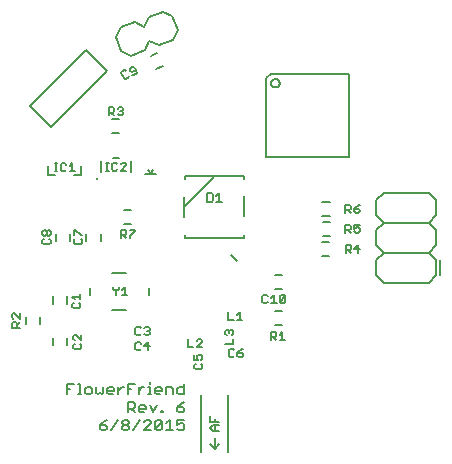
<source format=gto>
G75*
%MOIN*%
%OFA0B0*%
%FSLAX25Y25*%
%IPPOS*%
%LPD*%
%AMOC8*
5,1,8,0,0,1.08239X$1,22.5*
%
%ADD10C,0.00500*%
%ADD11C,0.00600*%
%ADD12C,0.00800*%
%ADD13C,0.01000*%
D10*
X0038170Y0057932D02*
X0039972Y0057932D01*
X0040422Y0058382D01*
X0040422Y0059283D01*
X0039972Y0059733D01*
X0040422Y0060878D02*
X0038621Y0062680D01*
X0038170Y0062680D01*
X0037720Y0062229D01*
X0037720Y0061328D01*
X0038170Y0060878D01*
X0038170Y0059733D02*
X0037720Y0059283D01*
X0037720Y0058382D01*
X0038170Y0057932D01*
X0040422Y0060878D02*
X0040422Y0062680D01*
X0039643Y0071567D02*
X0037841Y0071567D01*
X0037391Y0072018D01*
X0037391Y0072918D01*
X0037841Y0073369D01*
X0038291Y0074514D02*
X0037391Y0075414D01*
X0040093Y0075414D01*
X0040093Y0074514D02*
X0040093Y0076315D01*
X0039643Y0073369D02*
X0040093Y0072918D01*
X0040093Y0072018D01*
X0039643Y0071567D01*
X0051917Y0075816D02*
X0051917Y0077168D01*
X0052818Y0078068D01*
X0052818Y0078519D01*
X0053963Y0077618D02*
X0054864Y0078519D01*
X0054864Y0075816D01*
X0053963Y0075816D02*
X0055765Y0075816D01*
X0051917Y0077168D02*
X0051017Y0078068D01*
X0051017Y0078519D01*
X0058895Y0065320D02*
X0058445Y0064870D01*
X0058445Y0063068D01*
X0058895Y0062618D01*
X0059796Y0062618D01*
X0060246Y0063068D01*
X0061391Y0063068D02*
X0061842Y0062618D01*
X0062742Y0062618D01*
X0063193Y0063068D01*
X0063193Y0063519D01*
X0062742Y0063969D01*
X0062292Y0063969D01*
X0062742Y0063969D02*
X0063193Y0064419D01*
X0063193Y0064870D01*
X0062742Y0065320D01*
X0061842Y0065320D01*
X0061391Y0064870D01*
X0060246Y0064870D02*
X0059796Y0065320D01*
X0058895Y0065320D01*
X0058891Y0060198D02*
X0058440Y0059748D01*
X0058440Y0057946D01*
X0058891Y0057496D01*
X0059792Y0057496D01*
X0060242Y0057946D01*
X0061387Y0058847D02*
X0063188Y0058847D01*
X0062738Y0057496D02*
X0062738Y0060198D01*
X0061387Y0058847D01*
X0060242Y0059748D02*
X0059792Y0060198D01*
X0058891Y0060198D01*
X0075983Y0061216D02*
X0075983Y0058514D01*
X0077785Y0058514D01*
X0078930Y0058514D02*
X0080732Y0060316D01*
X0080732Y0060766D01*
X0080281Y0061216D01*
X0079380Y0061216D01*
X0078930Y0060766D01*
X0078930Y0058514D02*
X0080732Y0058514D01*
X0080278Y0056001D02*
X0079377Y0056001D01*
X0078927Y0055551D01*
X0078927Y0055101D01*
X0079377Y0054200D01*
X0078026Y0054200D01*
X0078026Y0056001D01*
X0080278Y0056001D02*
X0080728Y0055551D01*
X0080728Y0054650D01*
X0080278Y0054200D01*
X0080278Y0053055D02*
X0080728Y0052604D01*
X0080728Y0051704D01*
X0080278Y0051253D01*
X0078476Y0051253D01*
X0078026Y0051704D01*
X0078026Y0052604D01*
X0078476Y0053055D01*
X0089495Y0055666D02*
X0089945Y0055215D01*
X0090846Y0055215D01*
X0091296Y0055666D01*
X0092441Y0055666D02*
X0092892Y0055215D01*
X0093793Y0055215D01*
X0094243Y0055666D01*
X0094243Y0056116D01*
X0093793Y0056566D01*
X0092441Y0056566D01*
X0092441Y0055666D01*
X0092441Y0056566D02*
X0093342Y0057467D01*
X0094243Y0057918D01*
X0091296Y0057467D02*
X0090846Y0057918D01*
X0089945Y0057918D01*
X0089495Y0057467D01*
X0089495Y0055666D01*
X0088383Y0059588D02*
X0091085Y0059588D01*
X0091085Y0061389D01*
X0090635Y0062534D02*
X0091085Y0062985D01*
X0091085Y0063886D01*
X0090635Y0064336D01*
X0090185Y0064336D01*
X0089734Y0063886D01*
X0089734Y0063435D01*
X0089734Y0063886D02*
X0089284Y0064336D01*
X0088834Y0064336D01*
X0088383Y0063886D01*
X0088383Y0062985D01*
X0088834Y0062534D01*
X0089374Y0067574D02*
X0091175Y0067574D01*
X0092320Y0067574D02*
X0094122Y0067574D01*
X0093221Y0067574D02*
X0093221Y0070277D01*
X0092320Y0069376D01*
X0089374Y0070277D02*
X0089374Y0067574D01*
X0100709Y0073651D02*
X0101160Y0073200D01*
X0102060Y0073200D01*
X0102511Y0073651D01*
X0103656Y0073200D02*
X0105457Y0073200D01*
X0104557Y0073200D02*
X0104557Y0075902D01*
X0103656Y0075002D01*
X0102511Y0075452D02*
X0102060Y0075902D01*
X0101160Y0075902D01*
X0100709Y0075452D01*
X0100709Y0073651D01*
X0106602Y0073651D02*
X0108404Y0075452D01*
X0108404Y0073651D01*
X0107953Y0073200D01*
X0107053Y0073200D01*
X0106602Y0073651D01*
X0106602Y0075452D01*
X0107053Y0075902D01*
X0107953Y0075902D01*
X0108404Y0075452D01*
X0107392Y0063600D02*
X0107392Y0060898D01*
X0106492Y0060898D02*
X0108293Y0060898D01*
X0106492Y0062699D02*
X0107392Y0063600D01*
X0105347Y0063150D02*
X0105347Y0062249D01*
X0104896Y0061799D01*
X0103545Y0061799D01*
X0104446Y0061799D02*
X0105347Y0060898D01*
X0103545Y0060898D02*
X0103545Y0063600D01*
X0104896Y0063600D01*
X0105347Y0063150D01*
X0128473Y0089975D02*
X0128473Y0092678D01*
X0129824Y0092678D01*
X0130275Y0092227D01*
X0130275Y0091326D01*
X0129824Y0090876D01*
X0128473Y0090876D01*
X0129374Y0090876D02*
X0130275Y0089975D01*
X0131420Y0091326D02*
X0133221Y0091326D01*
X0132771Y0089975D02*
X0132771Y0092678D01*
X0131420Y0091326D01*
X0131806Y0096727D02*
X0131355Y0097177D01*
X0131806Y0096727D02*
X0132707Y0096727D01*
X0133157Y0097177D01*
X0133157Y0098078D01*
X0132707Y0098528D01*
X0132256Y0098528D01*
X0131355Y0098078D01*
X0131355Y0099429D01*
X0133157Y0099429D01*
X0130210Y0098978D02*
X0130210Y0098078D01*
X0129760Y0097627D01*
X0128409Y0097627D01*
X0128409Y0096727D02*
X0128409Y0099429D01*
X0129760Y0099429D01*
X0130210Y0098978D01*
X0129310Y0097627D02*
X0130210Y0096727D01*
X0130210Y0103361D02*
X0129310Y0104262D01*
X0129760Y0104262D02*
X0128409Y0104262D01*
X0128409Y0103361D02*
X0128409Y0106064D01*
X0129760Y0106064D01*
X0130210Y0105613D01*
X0130210Y0104712D01*
X0129760Y0104262D01*
X0131355Y0104712D02*
X0132707Y0104712D01*
X0133157Y0104262D01*
X0133157Y0103812D01*
X0132707Y0103361D01*
X0131806Y0103361D01*
X0131355Y0103812D01*
X0131355Y0104712D01*
X0132256Y0105613D01*
X0133157Y0106064D01*
X0087202Y0107079D02*
X0085400Y0107079D01*
X0086301Y0107079D02*
X0086301Y0109781D01*
X0085400Y0108880D01*
X0084255Y0109330D02*
X0084255Y0107529D01*
X0083805Y0107079D01*
X0082454Y0107079D01*
X0082454Y0109781D01*
X0083805Y0109781D01*
X0084255Y0109330D01*
X0058302Y0097693D02*
X0058302Y0097243D01*
X0056500Y0095442D01*
X0056500Y0094991D01*
X0055355Y0094991D02*
X0054455Y0095892D01*
X0054905Y0095892D02*
X0053554Y0095892D01*
X0053554Y0094991D02*
X0053554Y0097693D01*
X0054905Y0097693D01*
X0055355Y0097243D01*
X0055355Y0096342D01*
X0054905Y0095892D01*
X0056500Y0097693D02*
X0058302Y0097693D01*
X0040610Y0095870D02*
X0040159Y0095870D01*
X0038358Y0097671D01*
X0037907Y0097671D01*
X0037907Y0095870D01*
X0038358Y0094725D02*
X0037907Y0094274D01*
X0037907Y0093374D01*
X0038358Y0092923D01*
X0040159Y0092923D01*
X0040610Y0093374D01*
X0040610Y0094274D01*
X0040159Y0094725D01*
X0030158Y0094158D02*
X0030158Y0093258D01*
X0029708Y0092807D01*
X0027906Y0092807D01*
X0027456Y0093258D01*
X0027456Y0094158D01*
X0027906Y0094609D01*
X0027906Y0095754D02*
X0028357Y0095754D01*
X0028807Y0096204D01*
X0028807Y0097105D01*
X0029258Y0097555D01*
X0029708Y0097555D01*
X0030158Y0097105D01*
X0030158Y0096204D01*
X0029708Y0095754D01*
X0029258Y0095754D01*
X0028807Y0096204D01*
X0028807Y0097105D02*
X0028357Y0097555D01*
X0027906Y0097555D01*
X0027456Y0097105D01*
X0027456Y0096204D01*
X0027906Y0095754D01*
X0029708Y0094609D02*
X0030158Y0094158D01*
X0031556Y0117156D02*
X0032456Y0117156D01*
X0032006Y0117156D02*
X0032006Y0119858D01*
X0031556Y0119858D02*
X0032456Y0119858D01*
X0033520Y0119408D02*
X0033520Y0117606D01*
X0033970Y0117156D01*
X0034871Y0117156D01*
X0035321Y0117606D01*
X0036466Y0117156D02*
X0038268Y0117156D01*
X0037367Y0117156D02*
X0037367Y0119858D01*
X0036466Y0118957D01*
X0035321Y0119408D02*
X0034871Y0119858D01*
X0033970Y0119858D01*
X0033520Y0119408D01*
X0030409Y0131817D02*
X0049061Y0150469D01*
X0041823Y0157707D01*
X0023171Y0139055D01*
X0030409Y0131817D01*
X0048631Y0120070D02*
X0049531Y0120070D01*
X0049081Y0120070D02*
X0049081Y0117367D01*
X0048631Y0117367D02*
X0049531Y0117367D01*
X0050595Y0117818D02*
X0051045Y0117367D01*
X0051946Y0117367D01*
X0052396Y0117818D01*
X0053541Y0117367D02*
X0055343Y0119169D01*
X0055343Y0119619D01*
X0054893Y0120070D01*
X0053992Y0120070D01*
X0053541Y0119619D01*
X0052396Y0119619D02*
X0051946Y0120070D01*
X0051045Y0120070D01*
X0050595Y0119619D01*
X0050595Y0117818D01*
X0053541Y0117367D02*
X0055343Y0117367D01*
X0053808Y0135812D02*
X0052908Y0135812D01*
X0052457Y0136263D01*
X0051312Y0135812D02*
X0050411Y0136713D01*
X0050862Y0136713D02*
X0049511Y0136713D01*
X0049511Y0135812D02*
X0049511Y0138515D01*
X0050862Y0138515D01*
X0051312Y0138064D01*
X0051312Y0137164D01*
X0050862Y0136713D01*
X0052457Y0138064D02*
X0052908Y0138515D01*
X0053808Y0138515D01*
X0054259Y0138064D01*
X0054259Y0137614D01*
X0053808Y0137164D01*
X0054259Y0136713D01*
X0054259Y0136263D01*
X0053808Y0135812D01*
X0053808Y0137164D02*
X0053358Y0137164D01*
X0055058Y0148006D02*
X0055890Y0148351D01*
X0056134Y0148939D01*
X0057191Y0149378D02*
X0057780Y0149134D01*
X0058612Y0149479D01*
X0058856Y0150067D01*
X0058166Y0151731D01*
X0057578Y0151975D01*
X0056746Y0151630D01*
X0056502Y0151042D01*
X0056674Y0150626D01*
X0057263Y0150382D01*
X0058511Y0150899D01*
X0055444Y0150604D02*
X0054856Y0150848D01*
X0054023Y0150503D01*
X0053780Y0149914D01*
X0054469Y0148250D01*
X0055058Y0148006D01*
X0019834Y0069799D02*
X0019834Y0067998D01*
X0018032Y0069799D01*
X0017582Y0069799D01*
X0017131Y0069349D01*
X0017131Y0068448D01*
X0017582Y0067998D01*
X0017582Y0066853D02*
X0018482Y0066853D01*
X0018933Y0066403D01*
X0018933Y0065051D01*
X0019834Y0065051D02*
X0017131Y0065051D01*
X0017131Y0066403D01*
X0017582Y0066853D01*
X0018933Y0065952D02*
X0019834Y0066853D01*
X0083455Y0035510D02*
X0083455Y0033708D01*
X0086157Y0033708D01*
X0086157Y0032563D02*
X0084356Y0032563D01*
X0083455Y0031662D01*
X0084356Y0030762D01*
X0086157Y0030762D01*
X0084806Y0030762D02*
X0084806Y0032563D01*
X0084806Y0033708D02*
X0084806Y0034609D01*
D11*
X0035601Y0042862D02*
X0035601Y0046265D01*
X0037870Y0046265D01*
X0039284Y0046265D02*
X0039851Y0046265D01*
X0039851Y0042862D01*
X0039284Y0042862D02*
X0040419Y0042862D01*
X0041740Y0043429D02*
X0042307Y0042862D01*
X0043441Y0042862D01*
X0044008Y0043429D01*
X0044008Y0044563D01*
X0043441Y0045130D01*
X0042307Y0045130D01*
X0041740Y0044563D01*
X0041740Y0043429D01*
X0045423Y0043429D02*
X0045990Y0042862D01*
X0046557Y0043429D01*
X0047124Y0042862D01*
X0047691Y0043429D01*
X0047691Y0045130D01*
X0049106Y0044563D02*
X0049673Y0045130D01*
X0050807Y0045130D01*
X0051375Y0044563D01*
X0051375Y0043996D01*
X0049106Y0043996D01*
X0049106Y0043429D02*
X0049106Y0044563D01*
X0049106Y0043429D02*
X0049673Y0042862D01*
X0050807Y0042862D01*
X0052789Y0042862D02*
X0052789Y0045130D01*
X0052789Y0043996D02*
X0053923Y0045130D01*
X0054491Y0045130D01*
X0055858Y0044563D02*
X0056993Y0044563D01*
X0055858Y0046265D02*
X0058127Y0046265D01*
X0059542Y0045130D02*
X0059542Y0042862D01*
X0059542Y0043996D02*
X0060676Y0045130D01*
X0061243Y0045130D01*
X0062611Y0045130D02*
X0063178Y0045130D01*
X0063178Y0042862D01*
X0062611Y0042862D02*
X0063745Y0042862D01*
X0065066Y0043429D02*
X0065066Y0044563D01*
X0065633Y0045130D01*
X0066768Y0045130D01*
X0067335Y0044563D01*
X0067335Y0043996D01*
X0065066Y0043996D01*
X0065066Y0043429D02*
X0065633Y0042862D01*
X0066768Y0042862D01*
X0068749Y0042862D02*
X0068749Y0045130D01*
X0070451Y0045130D01*
X0071018Y0044563D01*
X0071018Y0042862D01*
X0072433Y0043429D02*
X0072433Y0044563D01*
X0073000Y0045130D01*
X0074701Y0045130D01*
X0074701Y0046265D02*
X0074701Y0042862D01*
X0073000Y0042862D01*
X0072433Y0043429D01*
X0074701Y0040265D02*
X0073567Y0039697D01*
X0072433Y0038563D01*
X0074134Y0038563D01*
X0074701Y0037996D01*
X0074701Y0037429D01*
X0074134Y0036862D01*
X0073000Y0036862D01*
X0072433Y0037429D01*
X0072433Y0038563D01*
X0072433Y0034265D02*
X0072433Y0032563D01*
X0073567Y0033130D01*
X0074134Y0033130D01*
X0074701Y0032563D01*
X0074701Y0031429D01*
X0074134Y0030862D01*
X0073000Y0030862D01*
X0072433Y0031429D01*
X0071018Y0030862D02*
X0068749Y0030862D01*
X0069884Y0030862D02*
X0069884Y0034265D01*
X0068749Y0033130D01*
X0067335Y0033697D02*
X0067335Y0031429D01*
X0066768Y0030862D01*
X0065633Y0030862D01*
X0065066Y0031429D01*
X0067335Y0033697D01*
X0066768Y0034265D01*
X0065633Y0034265D01*
X0065066Y0033697D01*
X0065066Y0031429D01*
X0063652Y0030862D02*
X0061383Y0030862D01*
X0063652Y0033130D01*
X0063652Y0033697D01*
X0063085Y0034265D01*
X0061950Y0034265D01*
X0061383Y0033697D01*
X0059969Y0034265D02*
X0057700Y0030862D01*
X0056285Y0031429D02*
X0055718Y0030862D01*
X0054584Y0030862D01*
X0054017Y0031429D01*
X0054017Y0031996D01*
X0054584Y0032563D01*
X0055718Y0032563D01*
X0056285Y0031996D01*
X0056285Y0031429D01*
X0055718Y0032563D02*
X0056285Y0033130D01*
X0056285Y0033697D01*
X0055718Y0034265D01*
X0054584Y0034265D01*
X0054017Y0033697D01*
X0054017Y0033130D01*
X0054584Y0032563D01*
X0052602Y0034265D02*
X0050334Y0030862D01*
X0048919Y0031429D02*
X0048919Y0031996D01*
X0048352Y0032563D01*
X0046651Y0032563D01*
X0046651Y0031429D01*
X0047218Y0030862D01*
X0048352Y0030862D01*
X0048919Y0031429D01*
X0047785Y0033697D02*
X0046651Y0032563D01*
X0047785Y0033697D02*
X0048919Y0034265D01*
X0055858Y0036862D02*
X0055858Y0040265D01*
X0057560Y0040265D01*
X0058127Y0039697D01*
X0058127Y0038563D01*
X0057560Y0037996D01*
X0055858Y0037996D01*
X0056993Y0037996D02*
X0058127Y0036862D01*
X0059542Y0037429D02*
X0059542Y0038563D01*
X0060109Y0039130D01*
X0061243Y0039130D01*
X0061810Y0038563D01*
X0061810Y0037996D01*
X0059542Y0037996D01*
X0059542Y0037429D02*
X0060109Y0036862D01*
X0061243Y0036862D01*
X0063225Y0039130D02*
X0064359Y0036862D01*
X0065493Y0039130D01*
X0066908Y0037429D02*
X0067475Y0037429D01*
X0067475Y0036862D01*
X0066908Y0036862D01*
X0066908Y0037429D01*
X0072433Y0034265D02*
X0074701Y0034265D01*
X0063178Y0046265D02*
X0063178Y0046832D01*
X0055858Y0046265D02*
X0055858Y0042862D01*
X0045423Y0043429D02*
X0045423Y0045130D01*
X0036735Y0044563D02*
X0035601Y0044563D01*
X0035658Y0059302D02*
X0035658Y0061664D01*
X0030934Y0061664D02*
X0030934Y0059302D01*
X0026637Y0066163D02*
X0026637Y0068526D01*
X0021913Y0068526D02*
X0021913Y0066163D01*
X0030934Y0073081D02*
X0030934Y0075444D01*
X0035658Y0075444D02*
X0035658Y0073081D01*
X0036577Y0093818D02*
X0036577Y0096180D01*
X0031852Y0096180D02*
X0031852Y0093818D01*
X0042107Y0093827D02*
X0042107Y0096190D01*
X0046831Y0096190D02*
X0046831Y0093827D01*
X0054556Y0099491D02*
X0056918Y0099491D01*
X0056918Y0104216D02*
X0054556Y0104216D01*
X0053054Y0129826D02*
X0050691Y0129826D01*
X0050691Y0134550D02*
X0053054Y0134550D01*
X0065392Y0151231D02*
X0067575Y0152135D01*
X0065767Y0156500D02*
X0063584Y0155596D01*
X0102105Y0148138D02*
X0102105Y0121937D01*
X0129704Y0121937D01*
X0129704Y0149535D01*
X0103503Y0149535D01*
X0102105Y0148138D01*
X0103691Y0146536D02*
X0103693Y0146611D01*
X0103699Y0146685D01*
X0103709Y0146759D01*
X0103722Y0146832D01*
X0103740Y0146905D01*
X0103761Y0146976D01*
X0103786Y0147047D01*
X0103815Y0147116D01*
X0103848Y0147183D01*
X0103884Y0147248D01*
X0103923Y0147312D01*
X0103965Y0147373D01*
X0104011Y0147432D01*
X0104060Y0147489D01*
X0104112Y0147542D01*
X0104166Y0147593D01*
X0104223Y0147642D01*
X0104283Y0147686D01*
X0104345Y0147728D01*
X0104409Y0147767D01*
X0104475Y0147802D01*
X0104542Y0147833D01*
X0104612Y0147861D01*
X0104682Y0147885D01*
X0104754Y0147906D01*
X0104827Y0147922D01*
X0104900Y0147935D01*
X0104975Y0147944D01*
X0105049Y0147949D01*
X0105124Y0147950D01*
X0105198Y0147947D01*
X0105273Y0147940D01*
X0105346Y0147929D01*
X0105420Y0147915D01*
X0105492Y0147896D01*
X0105563Y0147874D01*
X0105633Y0147848D01*
X0105702Y0147818D01*
X0105768Y0147785D01*
X0105833Y0147748D01*
X0105896Y0147708D01*
X0105957Y0147664D01*
X0106015Y0147618D01*
X0106071Y0147568D01*
X0106124Y0147516D01*
X0106175Y0147461D01*
X0106222Y0147403D01*
X0106266Y0147343D01*
X0106307Y0147280D01*
X0106345Y0147216D01*
X0106379Y0147150D01*
X0106410Y0147081D01*
X0106437Y0147012D01*
X0106460Y0146941D01*
X0106479Y0146869D01*
X0106495Y0146796D01*
X0106507Y0146722D01*
X0106515Y0146648D01*
X0106519Y0146573D01*
X0106519Y0146499D01*
X0106515Y0146424D01*
X0106507Y0146350D01*
X0106495Y0146276D01*
X0106479Y0146203D01*
X0106460Y0146131D01*
X0106437Y0146060D01*
X0106410Y0145991D01*
X0106379Y0145922D01*
X0106345Y0145856D01*
X0106307Y0145792D01*
X0106266Y0145729D01*
X0106222Y0145669D01*
X0106175Y0145611D01*
X0106124Y0145556D01*
X0106071Y0145504D01*
X0106015Y0145454D01*
X0105957Y0145408D01*
X0105896Y0145364D01*
X0105833Y0145324D01*
X0105768Y0145287D01*
X0105702Y0145254D01*
X0105633Y0145224D01*
X0105563Y0145198D01*
X0105492Y0145176D01*
X0105420Y0145157D01*
X0105346Y0145143D01*
X0105273Y0145132D01*
X0105198Y0145125D01*
X0105124Y0145122D01*
X0105049Y0145123D01*
X0104975Y0145128D01*
X0104900Y0145137D01*
X0104827Y0145150D01*
X0104754Y0145166D01*
X0104682Y0145187D01*
X0104612Y0145211D01*
X0104542Y0145239D01*
X0104475Y0145270D01*
X0104409Y0145305D01*
X0104345Y0145344D01*
X0104283Y0145386D01*
X0104223Y0145430D01*
X0104166Y0145479D01*
X0104112Y0145530D01*
X0104060Y0145583D01*
X0104011Y0145640D01*
X0103965Y0145699D01*
X0103923Y0145760D01*
X0103884Y0145824D01*
X0103848Y0145889D01*
X0103815Y0145956D01*
X0103786Y0146025D01*
X0103761Y0146096D01*
X0103740Y0146167D01*
X0103722Y0146240D01*
X0103709Y0146313D01*
X0103699Y0146387D01*
X0103693Y0146461D01*
X0103691Y0146536D01*
X0120770Y0106835D02*
X0123132Y0106835D01*
X0123132Y0102110D02*
X0120770Y0102110D01*
X0120801Y0100229D02*
X0123163Y0100229D01*
X0123163Y0095505D02*
X0120801Y0095505D01*
X0120685Y0093630D02*
X0123048Y0093630D01*
X0123048Y0088906D02*
X0120685Y0088906D01*
X0107312Y0082530D02*
X0104950Y0082530D01*
X0104950Y0077806D02*
X0107312Y0077806D01*
X0107312Y0070719D02*
X0104950Y0070719D01*
X0104950Y0065995D02*
X0107312Y0065995D01*
D12*
X0092356Y0087373D02*
X0090387Y0089342D01*
X0094324Y0095034D02*
X0094324Y0095054D01*
X0074834Y0095054D01*
X0074834Y0095964D01*
X0074724Y0101934D02*
X0074724Y0105334D01*
X0084724Y0115334D01*
X0094404Y0115534D02*
X0094404Y0115544D01*
X0074844Y0115544D01*
X0074844Y0114654D01*
X0074724Y0108734D02*
X0074724Y0105334D01*
X0065288Y0116428D02*
X0063477Y0116428D01*
X0062557Y0117649D01*
X0061666Y0116428D02*
X0063477Y0116428D01*
X0063577Y0116489D02*
X0064337Y0117649D01*
X0056876Y0117058D02*
X0056876Y0120439D01*
X0052933Y0121539D02*
X0050819Y0121539D01*
X0046876Y0120439D02*
X0046876Y0117058D01*
X0040423Y0115892D02*
X0040423Y0119042D01*
X0040423Y0115892D02*
X0038061Y0115892D01*
X0031762Y0115892D02*
X0029400Y0115892D01*
X0029400Y0119042D01*
X0050634Y0083396D02*
X0055358Y0083396D01*
X0062839Y0078278D02*
X0062839Y0075916D01*
X0055358Y0070798D02*
X0050634Y0070798D01*
X0043153Y0075916D02*
X0043153Y0078278D01*
X0080375Y0042693D02*
X0080375Y0023693D01*
X0083375Y0026193D02*
X0084875Y0024693D01*
X0086375Y0026193D01*
X0084875Y0024693D02*
X0084875Y0028193D01*
X0089375Y0023693D02*
X0089375Y0042693D01*
X0094324Y0095034D02*
X0094524Y0095034D01*
X0094524Y0096034D01*
X0094724Y0102134D02*
X0094724Y0108834D01*
X0094604Y0114464D02*
X0094604Y0115534D01*
X0094404Y0115534D01*
X0061625Y0157469D02*
X0056929Y0155751D01*
X0053722Y0157240D01*
X0052004Y0161935D01*
X0053493Y0165142D01*
X0058188Y0166860D01*
X0061395Y0165372D01*
X0062884Y0168579D01*
X0067579Y0170297D01*
X0070786Y0168808D01*
X0072504Y0164113D01*
X0071016Y0160906D01*
X0066320Y0159188D01*
X0063113Y0160676D01*
X0061625Y0157469D01*
X0138725Y0107476D02*
X0138725Y0102476D01*
X0141225Y0099976D01*
X0156225Y0099976D01*
X0158725Y0102476D01*
X0158725Y0107476D01*
X0156225Y0109976D01*
X0141225Y0109976D01*
X0138725Y0107476D01*
X0141225Y0099976D02*
X0138725Y0097476D01*
X0138725Y0092476D01*
X0141225Y0089976D01*
X0156225Y0089976D01*
X0158725Y0092476D01*
X0158725Y0097476D01*
X0156225Y0099976D01*
X0156225Y0089976D02*
X0158725Y0087476D01*
X0158725Y0082476D01*
X0156225Y0079976D01*
X0141225Y0079976D01*
X0138725Y0082476D01*
X0138725Y0087476D01*
X0141225Y0089976D01*
X0160044Y0087476D02*
X0160044Y0082476D01*
D13*
X0045576Y0114749D03*
M02*

</source>
